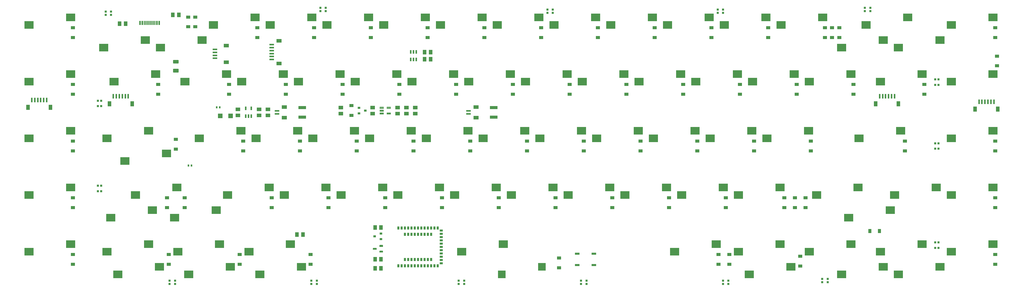
<source format=gbr>
G04 EAGLE Gerber RS-274X export*
G75*
%MOMM*%
%FSLAX34Y34*%
%LPD*%
%INSolderpaste Bottom*%
%IPPOS*%
%AMOC8*
5,1,8,0,0,1.08239X$1,22.5*%
G01*
%ADD10R,3.058000X2.500000*%
%ADD11R,2.550000X2.500000*%
%ADD12R,1.474000X1.037000*%
%ADD13R,1.037000X1.474000*%
%ADD14R,0.600000X1.550000*%
%ADD15R,1.200000X1.800000*%
%ADD16R,0.600000X1.450000*%
%ADD17R,0.300000X1.450000*%
%ADD18C,0.300000*%
%ADD19R,1.300000X1.600000*%
%ADD20R,0.620000X1.220000*%
%ADD21R,1.600000X1.300000*%
%ADD22C,0.090000*%
%ADD23R,0.900000X0.800000*%
%ADD24R,1.524000X0.762000*%
%ADD25R,0.700000X1.000000*%
%ADD26R,1.000000X0.700000*%
%ADD27R,1.550000X0.600000*%
%ADD28R,1.800000X1.200000*%
%ADD29R,0.600000X1.150000*%
%ADD30R,2.500000X1.000000*%
%ADD31R,1.500000X1.500000*%
%ADD32C,0.150000*%
%ADD33R,0.600000X0.700000*%
%ADD34R,0.700000X0.700000*%


D10*
X266640Y2070100D03*
X127060Y2044700D03*
X161985Y1930400D03*
X301565Y1955800D03*
X338078Y1689100D03*
X198498Y1663700D03*
X290453Y1498600D03*
X150873Y1473200D03*
X314265Y1308100D03*
X174685Y1282700D03*
X457140Y2070100D03*
X317560Y2044700D03*
X400110Y1930400D03*
X539690Y1955800D03*
X447735Y1739900D03*
X587315Y1765300D03*
X504765Y1498600D03*
X365185Y1473200D03*
X552390Y1308100D03*
X412810Y1282700D03*
X495360Y2120900D03*
X634940Y2146300D03*
X590610Y1930400D03*
X730190Y1955800D03*
X638235Y1739900D03*
X777815Y1765300D03*
X542985Y1549400D03*
X682565Y1574800D03*
X790515Y1308100D03*
X650935Y1282700D03*
X685860Y2120900D03*
X825440Y2146300D03*
X781110Y1930400D03*
X920690Y1955800D03*
X828735Y1739900D03*
X968315Y1765300D03*
X733485Y1549400D03*
X873065Y1574800D03*
X876360Y2120900D03*
X1015940Y2146300D03*
X971610Y1930400D03*
X1111190Y1955800D03*
X1019235Y1739900D03*
X1158815Y1765300D03*
X923985Y1549400D03*
X1063565Y1574800D03*
D11*
X1597600Y1308100D03*
X1463100Y1282700D03*
D10*
X1066860Y2120900D03*
X1206440Y2146300D03*
X1162110Y1930400D03*
X1301690Y1955800D03*
X1209735Y1739900D03*
X1349315Y1765300D03*
X1114485Y1549400D03*
X1254065Y1574800D03*
X1257360Y2120900D03*
X1396940Y2146300D03*
X1352610Y1930400D03*
X1492190Y1955800D03*
X1400235Y1739900D03*
X1539815Y1765300D03*
X1304985Y1549400D03*
X1444565Y1574800D03*
X1447860Y2120900D03*
X1587440Y2146300D03*
X1543110Y1930400D03*
X1682690Y1955800D03*
X1590735Y1739900D03*
X1730315Y1765300D03*
X1495485Y1549400D03*
X1635065Y1574800D03*
X1638360Y2120900D03*
X1777940Y2146300D03*
X1733610Y1930400D03*
X1873190Y1955800D03*
X1781235Y1739900D03*
X1920815Y1765300D03*
X1685985Y1549400D03*
X1825565Y1574800D03*
X1828860Y2120900D03*
X1968440Y2146300D03*
X1924110Y1930400D03*
X2063690Y1955800D03*
X1971735Y1739900D03*
X2111315Y1765300D03*
X1876485Y1549400D03*
X2016065Y1574800D03*
X2257485Y1358900D03*
X2397065Y1384300D03*
X2019360Y2120900D03*
X2158940Y2146300D03*
X2114610Y1930400D03*
X2254190Y1955800D03*
X2162235Y1739900D03*
X2301815Y1765300D03*
X2066985Y1549400D03*
X2206565Y1574800D03*
X2733735Y1358900D03*
X2873315Y1384300D03*
X2209860Y2120900D03*
X2349440Y2146300D03*
X2305110Y1930400D03*
X2444690Y1955800D03*
X2352735Y1739900D03*
X2492315Y1765300D03*
X2257485Y1549400D03*
X2397065Y1574800D03*
X2400360Y2120900D03*
X2539940Y2146300D03*
X2495610Y1930400D03*
X2635190Y1955800D03*
X2662298Y1739900D03*
X2801878Y1765300D03*
X2743140Y2070100D03*
X2603560Y2044700D03*
X2733735Y1930400D03*
X2873315Y1955800D03*
X2933640Y2070100D03*
X2794060Y2044700D03*
X2519423Y1549400D03*
X2659003Y1574800D03*
X2781360Y1549400D03*
X2920940Y1574800D03*
D12*
X410766Y2114869D03*
X410766Y2147569D03*
X309563Y1888650D03*
X309563Y1921350D03*
X369094Y1704103D03*
X369094Y1736803D03*
X339328Y1507650D03*
X339328Y1540350D03*
X345281Y1317150D03*
X345281Y1349850D03*
D10*
X138173Y1739900D03*
X277753Y1765300D03*
D12*
X434578Y2114869D03*
X434578Y2147569D03*
X642938Y2079150D03*
X642938Y2111850D03*
X833438Y2079150D03*
X833438Y2111850D03*
X1023938Y2079150D03*
X1023938Y2111850D03*
X1214438Y2079150D03*
X1214438Y2111850D03*
X1404938Y2079150D03*
X1404938Y2111850D03*
X1595438Y2079150D03*
X1595438Y2111850D03*
X1785938Y2079150D03*
X1785938Y2111850D03*
X2166938Y2079150D03*
X2166938Y2111850D03*
X2357438Y2079150D03*
X2357438Y2111850D03*
X2547938Y2079150D03*
X2547938Y2111850D03*
X2571750Y2079150D03*
X2571750Y2111850D03*
X2595563Y2079150D03*
X2595563Y2111850D03*
X1976438Y2079150D03*
X1976438Y2111850D03*
X547688Y1888650D03*
X547688Y1921350D03*
X738188Y1888650D03*
X738188Y1921350D03*
X928688Y1888650D03*
X928688Y1921350D03*
X1119188Y1888650D03*
X1119188Y1921350D03*
X1309688Y1888650D03*
X1309688Y1921350D03*
X1500188Y1888650D03*
X1500188Y1921350D03*
X1690688Y1888650D03*
X1690688Y1921350D03*
X1881188Y1888650D03*
X1881188Y1921350D03*
X2262188Y1888650D03*
X2262188Y1921350D03*
X2452688Y1888650D03*
X2452688Y1921350D03*
X2643188Y1888650D03*
X2643188Y1921350D03*
X2881313Y1888650D03*
X2881313Y1921350D03*
X2071688Y1888650D03*
X2071688Y1921350D03*
X595313Y1698150D03*
X595313Y1730850D03*
X785813Y1698150D03*
X785813Y1730850D03*
X976313Y1698150D03*
X976313Y1730850D03*
X1166813Y1698150D03*
X1166813Y1730850D03*
X1357313Y1698150D03*
X1357313Y1730850D03*
X1547813Y1698150D03*
X1547813Y1730850D03*
X1738313Y1698150D03*
X1738313Y1730850D03*
X1928813Y1698150D03*
X1928813Y1730850D03*
X2309813Y1698150D03*
X2309813Y1730850D03*
X2500313Y1698150D03*
X2500313Y1730850D03*
X2815828Y1698150D03*
X2815828Y1730850D03*
X2119313Y1698150D03*
X2119313Y1730850D03*
D10*
X2686110Y2120900D03*
X2825690Y2146300D03*
D12*
X398859Y1507650D03*
X398859Y1540350D03*
X690563Y1507650D03*
X690563Y1540350D03*
X881063Y1507650D03*
X881063Y1540350D03*
X1071563Y1507650D03*
X1071563Y1540350D03*
X1262063Y1507650D03*
X1262063Y1540350D03*
X1452563Y1507650D03*
X1452563Y1540350D03*
X1643063Y1507650D03*
X1643063Y1540350D03*
X1833563Y1507650D03*
X1833563Y1540350D03*
X2214563Y1507650D03*
X2214563Y1540350D03*
X2411016Y1507650D03*
X2411016Y1540350D03*
X2482453Y1507650D03*
X2482453Y1540350D03*
X2446734Y1507650D03*
X2446734Y1540350D03*
X2024063Y1507650D03*
X2024063Y1540350D03*
X583406Y1317150D03*
X583406Y1349850D03*
X821531Y1317150D03*
X821531Y1349850D03*
X1654969Y1305244D03*
X1654969Y1337944D03*
X2190750Y1317150D03*
X2190750Y1349850D03*
D13*
X2698275Y1428750D03*
X2730975Y1428750D03*
D12*
X2226469Y1317150D03*
X2226469Y1349850D03*
D10*
X233423Y1549400D03*
X373003Y1574800D03*
X2766953Y1498600D03*
X2627373Y1473200D03*
X138173Y1358900D03*
X277753Y1384300D03*
X376298Y1358900D03*
X515878Y1384300D03*
X614423Y1358900D03*
X754003Y1384300D03*
X1328798Y1358900D03*
X1468378Y1384300D03*
X2043173Y1358900D03*
X2182753Y1384300D03*
X2433578Y1308100D03*
X2293998Y1282700D03*
X2933640Y1308100D03*
X2794060Y1282700D03*
D14*
X159547Y1881188D03*
X169547Y1881188D03*
X179547Y1881188D03*
X189547Y1881188D03*
X199547Y1881188D03*
X209547Y1881188D03*
D15*
X146547Y1855938D03*
X222547Y1855938D03*
D14*
X2731297Y1881188D03*
X2741297Y1881188D03*
X2751297Y1881188D03*
X2761297Y1881188D03*
X2771297Y1881188D03*
X2781297Y1881188D03*
D15*
X2718297Y1855938D03*
X2794297Y1855938D03*
D10*
X2495610Y1358900D03*
X2635190Y1384300D03*
D16*
X248650Y2127894D03*
X256650Y2127894D03*
D17*
X278650Y2127894D03*
X273650Y2127894D03*
X268650Y2127894D03*
X263650Y2127894D03*
X283650Y2127894D03*
X288650Y2127894D03*
X293650Y2127894D03*
X298650Y2127894D03*
D16*
X305650Y2127894D03*
X313650Y2127894D03*
D18*
X361494Y2001941D02*
X361494Y1992941D01*
X361494Y2001941D02*
X376694Y2001941D01*
X376694Y1992941D01*
X361494Y1992941D01*
X361494Y1995791D02*
X376694Y1995791D01*
X376694Y1998641D02*
X361494Y1998641D01*
X361494Y2001491D02*
X376694Y2001491D01*
X361494Y1971841D02*
X361494Y1962841D01*
X361494Y1971841D02*
X376694Y1971841D01*
X376694Y1962841D01*
X361494Y1962841D01*
X361494Y1965691D02*
X376694Y1965691D01*
X376694Y1968541D02*
X361494Y1968541D01*
X361494Y1971391D02*
X376694Y1971391D01*
D19*
X379094Y2155031D03*
X359094Y2155031D03*
X180500Y2125266D03*
X200500Y2125266D03*
X1204438Y2006203D03*
X1224438Y2006203D03*
X1204438Y2030016D03*
X1224438Y2030016D03*
D20*
X622672Y1814609D03*
X613172Y1814609D03*
X603672Y1814609D03*
X603672Y1840609D03*
X622672Y1840609D03*
D21*
X678656Y1837609D03*
X678656Y1817609D03*
X648891Y1837609D03*
X648891Y1817609D03*
X577453Y1817609D03*
X577453Y1837609D03*
X1172766Y1843563D03*
X1172766Y1823563D03*
X1143000Y1823563D03*
X1143000Y1843563D03*
D22*
X1066013Y1826613D02*
X1066013Y1821513D01*
X1053413Y1821513D01*
X1053413Y1826613D01*
X1066013Y1826613D01*
X1066013Y1822368D02*
X1053413Y1822368D01*
X1053413Y1823223D02*
X1066013Y1823223D01*
X1066013Y1824078D02*
X1053413Y1824078D01*
X1053413Y1824933D02*
X1066013Y1824933D01*
X1066013Y1825788D02*
X1053413Y1825788D01*
X1066013Y1831013D02*
X1066013Y1836113D01*
X1066013Y1831013D02*
X1053413Y1831013D01*
X1053413Y1836113D01*
X1066013Y1836113D01*
X1066013Y1831868D02*
X1053413Y1831868D01*
X1053413Y1832723D02*
X1066013Y1832723D01*
X1066013Y1833578D02*
X1053413Y1833578D01*
X1053413Y1834433D02*
X1066013Y1834433D01*
X1066013Y1835288D02*
X1053413Y1835288D01*
X1066013Y1840513D02*
X1066013Y1845613D01*
X1066013Y1840513D02*
X1053413Y1840513D01*
X1053413Y1845613D01*
X1066013Y1845613D01*
X1066013Y1841368D02*
X1053413Y1841368D01*
X1053413Y1842223D02*
X1066013Y1842223D01*
X1066013Y1843078D02*
X1053413Y1843078D01*
X1053413Y1843933D02*
X1066013Y1843933D01*
X1066013Y1844788D02*
X1053413Y1844788D01*
X1089713Y1845613D02*
X1089713Y1840513D01*
X1077113Y1840513D01*
X1077113Y1845613D01*
X1089713Y1845613D01*
X1089713Y1841368D02*
X1077113Y1841368D01*
X1077113Y1842223D02*
X1089713Y1842223D01*
X1089713Y1843078D02*
X1077113Y1843078D01*
X1077113Y1843933D02*
X1089713Y1843933D01*
X1089713Y1844788D02*
X1077113Y1844788D01*
X1089713Y1826613D02*
X1089713Y1821513D01*
X1077113Y1821513D01*
X1077113Y1826613D01*
X1089713Y1826613D01*
X1089713Y1822368D02*
X1077113Y1822368D01*
X1077113Y1823223D02*
X1089713Y1823223D01*
X1089713Y1824078D02*
X1077113Y1824078D01*
X1077113Y1824933D02*
X1089713Y1824933D01*
X1089713Y1825788D02*
X1077113Y1825788D01*
D21*
X1113234Y1843563D03*
X1113234Y1823563D03*
D23*
X984172Y1824063D03*
X984172Y1843063D03*
X1005172Y1833563D03*
D21*
X1029891Y1823563D03*
X1029891Y1843563D03*
D12*
X958453Y1849913D03*
X958453Y1817213D03*
D21*
X922734Y1823563D03*
X922734Y1843563D03*
D24*
X1772206Y1352550D03*
X1716326Y1352550D03*
X1772206Y1314450D03*
X1716326Y1314450D03*
D25*
X1115766Y1438672D03*
X1126766Y1438672D03*
X1137766Y1438672D03*
X1148766Y1438672D03*
X1159766Y1438672D03*
X1170766Y1438672D03*
X1181766Y1438672D03*
X1192766Y1438672D03*
X1203766Y1438672D03*
X1214766Y1438672D03*
X1225766Y1438672D03*
X1236766Y1438672D03*
X1247766Y1438672D03*
D26*
X1259766Y1430172D03*
X1259766Y1419172D03*
X1259766Y1408172D03*
X1259766Y1397172D03*
X1259766Y1386172D03*
X1259766Y1375172D03*
X1259766Y1364172D03*
X1259766Y1353172D03*
X1259766Y1342172D03*
X1259766Y1331172D03*
X1259766Y1320172D03*
D25*
X1247766Y1311672D03*
X1236766Y1311672D03*
X1225766Y1311672D03*
X1214766Y1311672D03*
X1203766Y1311672D03*
X1192766Y1311672D03*
X1181766Y1311672D03*
X1170766Y1311672D03*
X1159766Y1311672D03*
X1148766Y1311672D03*
X1137766Y1311672D03*
X1126766Y1311672D03*
X1115766Y1311672D03*
X1137766Y1417672D03*
X1148766Y1417672D03*
X1159766Y1417672D03*
X1170766Y1417672D03*
X1181766Y1417672D03*
X1192766Y1417672D03*
X1203766Y1417672D03*
X1214766Y1417672D03*
X1225766Y1417672D03*
X1137766Y1332672D03*
X1148766Y1332672D03*
X1159766Y1332672D03*
X1170766Y1332672D03*
X1181766Y1332672D03*
X1192766Y1332672D03*
X1203766Y1332672D03*
X1214766Y1332672D03*
X1225766Y1332672D03*
D27*
X500063Y2039063D03*
X500063Y2029063D03*
X500063Y2019063D03*
X500063Y2009063D03*
D28*
X538813Y2052063D03*
X538813Y1996063D03*
D29*
X1176313Y2005609D03*
X1166813Y2005609D03*
X1157313Y2005609D03*
X1157313Y2030609D03*
X1166813Y2030609D03*
X1176313Y2030609D03*
D23*
X1057750Y1420391D03*
X1057750Y1401391D03*
X1036750Y1410891D03*
D19*
X1057750Y1333500D03*
X1037750Y1333500D03*
D30*
X793353Y1811609D03*
X793353Y1843609D03*
D27*
X690563Y2005016D03*
X690563Y2015016D03*
X690563Y2025016D03*
X690563Y2035016D03*
X690563Y2045016D03*
X690563Y2055016D03*
D28*
X715813Y1992016D03*
X715813Y2068016D03*
D30*
X1436291Y1811609D03*
X1436291Y1843609D03*
D31*
X518281Y1815703D03*
X553281Y1815703D03*
D32*
X1052950Y1380969D02*
X1063750Y1380969D01*
X1063750Y1376469D01*
X1052950Y1376469D01*
X1052950Y1380969D01*
X1052950Y1377894D02*
X1063750Y1377894D01*
X1063750Y1379319D02*
X1052950Y1379319D01*
X1052950Y1380744D02*
X1063750Y1380744D01*
X1063750Y1361969D02*
X1052950Y1361969D01*
X1063750Y1361969D02*
X1063750Y1357469D01*
X1052950Y1357469D01*
X1052950Y1361969D01*
X1052950Y1358894D02*
X1063750Y1358894D01*
X1063750Y1360319D02*
X1052950Y1360319D01*
X1052950Y1361744D02*
X1063750Y1361744D01*
X1042550Y1371469D02*
X1031750Y1371469D01*
X1042550Y1371469D02*
X1042550Y1366969D01*
X1031750Y1366969D01*
X1031750Y1371469D01*
X1031750Y1368394D02*
X1042550Y1368394D01*
X1042550Y1369819D02*
X1031750Y1369819D01*
X1031750Y1371244D02*
X1042550Y1371244D01*
D19*
X1037750Y1303734D03*
X1057750Y1303734D03*
X1057750Y1440656D03*
X1037750Y1440656D03*
D33*
X516813Y1844625D03*
X506813Y1844625D03*
D10*
X2743140Y1308100D03*
X2603560Y1282700D03*
D12*
X2464594Y1311197D03*
X2464594Y1343897D03*
D10*
X-123765Y2120900D03*
X15815Y2146300D03*
X-123765Y1930400D03*
X15815Y1955800D03*
X-123765Y1739900D03*
X15815Y1765300D03*
X-123765Y1549400D03*
X15815Y1574800D03*
X-123765Y1358900D03*
X15815Y1384300D03*
X2971860Y2120900D03*
X3111440Y2146300D03*
X2971860Y1930400D03*
X3111440Y1955800D03*
X2971860Y1739900D03*
X3111440Y1765300D03*
X2971860Y1549400D03*
X3111440Y1574800D03*
X2971860Y1358900D03*
X3111440Y1384300D03*
D12*
X23813Y2079150D03*
X23813Y2111850D03*
X23813Y1888650D03*
X23813Y1921350D03*
X23813Y1698150D03*
X23813Y1730850D03*
X23813Y1507650D03*
X23813Y1540350D03*
X23813Y1317150D03*
X23813Y1349850D03*
X3119438Y2079150D03*
X3119438Y2111850D03*
X3125391Y2016600D03*
X3125391Y1983900D03*
X3119438Y1698150D03*
X3119438Y1730850D03*
X3119438Y1507650D03*
X3119438Y1540350D03*
X3119438Y1317150D03*
X3119438Y1349850D03*
D27*
X1351359Y1822609D03*
X1351359Y1832609D03*
D28*
X1376609Y1809609D03*
X1376609Y1845609D03*
D27*
X708422Y1822609D03*
X708422Y1832609D03*
D28*
X733672Y1809609D03*
X733672Y1845609D03*
D34*
X348038Y1250609D03*
X348038Y1261609D03*
X366338Y1261609D03*
X366338Y1250609D03*
X824288Y1250609D03*
X824288Y1261609D03*
X842588Y1261609D03*
X842588Y1250609D03*
X1318397Y1250609D03*
X1318397Y1261609D03*
X1336697Y1261609D03*
X1336697Y1250609D03*
X1729163Y1250609D03*
X1729163Y1261609D03*
X1747463Y1261609D03*
X1747463Y1250609D03*
X2205413Y1250609D03*
X2205413Y1261609D03*
X2223713Y1261609D03*
X2223713Y1250609D03*
X2538788Y1256563D03*
X2538788Y1267563D03*
X2557088Y1267563D03*
X2557088Y1256563D03*
X2928484Y1371975D03*
X2917484Y1371975D03*
X2917484Y1390275D03*
X2928484Y1390275D03*
X2928484Y1705350D03*
X2917484Y1705350D03*
X2917484Y1723650D03*
X2928484Y1723650D03*
X2928484Y1919663D03*
X2917484Y1919663D03*
X2917484Y1937963D03*
X2928484Y1937963D03*
X2699963Y2178391D03*
X2699963Y2167391D03*
X2681663Y2167391D03*
X2681663Y2178391D03*
X2205853Y2172438D03*
X2205853Y2161438D03*
X2187553Y2161438D03*
X2187553Y2172438D03*
X1634353Y2172438D03*
X1634353Y2161438D03*
X1616053Y2161438D03*
X1616053Y2172438D03*
X872353Y2178391D03*
X872353Y2167391D03*
X854053Y2167391D03*
X854053Y2178391D03*
X152025Y2166484D03*
X152025Y2155484D03*
X133725Y2155484D03*
X133725Y2166484D03*
X107609Y1866525D03*
X118609Y1866525D03*
X118609Y1848225D03*
X107609Y1848225D03*
X107609Y1580775D03*
X118609Y1580775D03*
X118609Y1562475D03*
X107609Y1562475D03*
D19*
X795813Y1416844D03*
X775813Y1416844D03*
D14*
X-114297Y1869281D03*
X-104297Y1869281D03*
X-94297Y1869281D03*
X-84297Y1869281D03*
X-74297Y1869281D03*
X-64297Y1869281D03*
D15*
X-127297Y1844031D03*
X-51297Y1844031D03*
D14*
X3064672Y1863328D03*
X3074672Y1863328D03*
X3084672Y1863328D03*
X3094672Y1863328D03*
X3104672Y1863328D03*
X3114672Y1863328D03*
D15*
X3051672Y1838078D03*
X3127672Y1838078D03*
D33*
X411719Y1649016D03*
X421719Y1649016D03*
M02*

</source>
